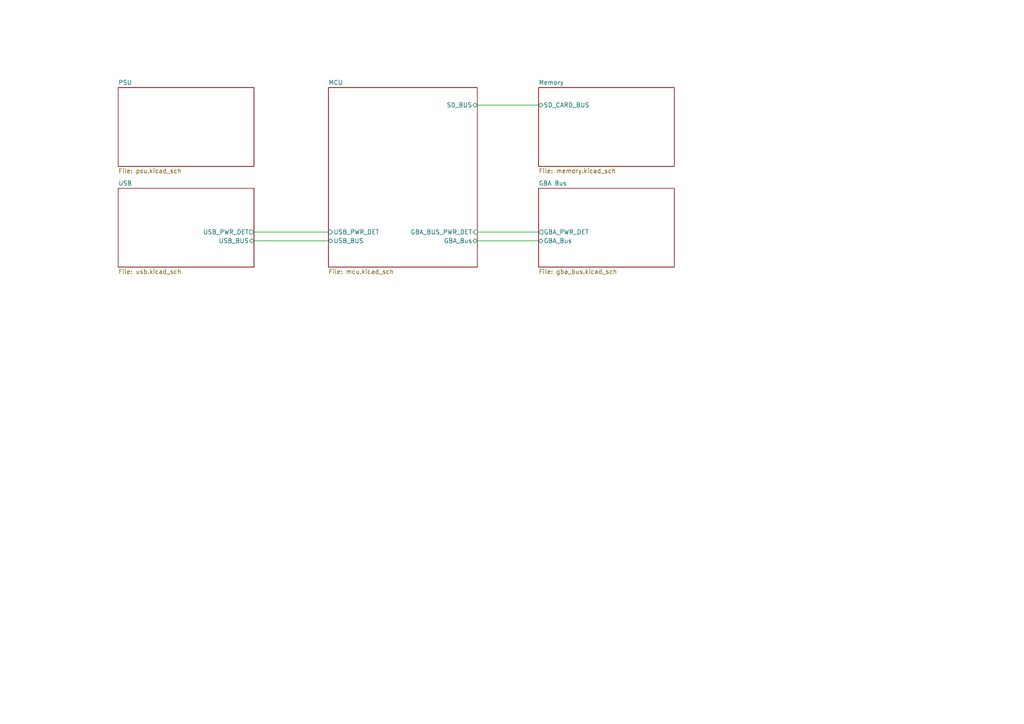
<source format=kicad_sch>
(kicad_sch
	(version 20231120)
	(generator "eeschema")
	(generator_version "8.0")
	(uuid "369b8492-ac84-4ba1-9646-4010d0ed9f44")
	(paper "A4")
	(lib_symbols)
	(wire
		(pts
			(xy 138.43 30.48) (xy 156.21 30.48)
		)
		(stroke
			(width 0)
			(type default)
		)
		(uuid "2f160802-47f7-44aa-875a-4df3229a68c6")
	)
	(wire
		(pts
			(xy 138.43 69.85) (xy 156.21 69.85)
		)
		(stroke
			(width 0)
			(type default)
		)
		(uuid "66fc9352-abf7-4ecb-9e2f-3b4b30d9b979")
	)
	(wire
		(pts
			(xy 73.66 69.85) (xy 95.25 69.85)
		)
		(stroke
			(width 0)
			(type default)
		)
		(uuid "88f5d87a-801c-4ff4-87bd-341cac4aa227")
	)
	(wire
		(pts
			(xy 73.66 67.31) (xy 95.25 67.31)
		)
		(stroke
			(width 0)
			(type default)
		)
		(uuid "ddca2c7f-c49c-42d3-8ad6-9a4eb094d621")
	)
	(wire
		(pts
			(xy 138.43 67.31) (xy 156.21 67.31)
		)
		(stroke
			(width 0)
			(type default)
		)
		(uuid "ee918c14-e5b0-42fe-9792-da886e105367")
	)
	(sheet
		(at 34.29 25.4)
		(size 39.37 22.86)
		(fields_autoplaced yes)
		(stroke
			(width 0.1524)
			(type solid)
		)
		(fill
			(color 0 0 0 0.0000)
		)
		(uuid "02eb5f96-8983-4900-a047-3098322cb1f3")
		(property "Sheetname" "PSU"
			(at 34.29 24.6884 0)
			(effects
				(font
					(size 1.27 1.27)
				)
				(justify left bottom)
			)
		)
		(property "Sheetfile" "psu.kicad_sch"
			(at 34.29 48.8446 0)
			(effects
				(font
					(size 1.27 1.27)
				)
				(justify left top)
			)
		)
		(instances
			(project "PicoCartridge"
				(path "/369b8492-ac84-4ba1-9646-4010d0ed9f44"
					(page "3")
				)
			)
		)
	)
	(sheet
		(at 156.21 54.61)
		(size 39.37 22.86)
		(fields_autoplaced yes)
		(stroke
			(width 0.1524)
			(type solid)
		)
		(fill
			(color 0 0 0 0.0000)
		)
		(uuid "6f37d299-ac03-42da-8fb5-807666d0a8d6")
		(property "Sheetname" "GBA Bus"
			(at 156.21 53.8984 0)
			(effects
				(font
					(size 1.27 1.27)
				)
				(justify left bottom)
			)
		)
		(property "Sheetfile" "gba_bus.kicad_sch"
			(at 156.21 78.0546 0)
			(effects
				(font
					(size 1.27 1.27)
				)
				(justify left top)
			)
		)
		(pin "GBA_Bus" bidirectional
			(at 156.21 69.85 180)
			(effects
				(font
					(size 1.27 1.27)
				)
				(justify left)
			)
			(uuid "bd4166d0-8f72-43d3-a5c5-0d7215784bb6")
		)
		(pin "GBA_PWR_DET" output
			(at 156.21 67.31 180)
			(effects
				(font
					(size 1.27 1.27)
				)
				(justify left)
			)
			(uuid "118f2395-9de7-40df-b239-efb56afa0e94")
		)
		(instances
			(project "PicoCartridge"
				(path "/369b8492-ac84-4ba1-9646-4010d0ed9f44"
					(page "5")
				)
			)
		)
	)
	(sheet
		(at 34.29 54.61)
		(size 39.37 22.86)
		(fields_autoplaced yes)
		(stroke
			(width 0.1524)
			(type solid)
		)
		(fill
			(color 0 0 0 0.0000)
		)
		(uuid "73d0ecf8-0dc1-46ca-9d60-4e00cfae362a")
		(property "Sheetname" "USB"
			(at 34.29 53.8984 0)
			(effects
				(font
					(size 1.27 1.27)
				)
				(justify left bottom)
			)
		)
		(property "Sheetfile" "usb.kicad_sch"
			(at 34.29 78.0546 0)
			(effects
				(font
					(size 1.27 1.27)
				)
				(justify left top)
			)
		)
		(pin "USB_BUS" bidirectional
			(at 73.66 69.85 0)
			(effects
				(font
					(size 1.27 1.27)
				)
				(justify right)
			)
			(uuid "9445746a-613d-4785-a804-15d3432ab21e")
		)
		(pin "USB_PWR_DET" output
			(at 73.66 67.31 0)
			(effects
				(font
					(size 1.27 1.27)
				)
				(justify right)
			)
			(uuid "4525b25f-38ea-4e25-9f51-c77c58513c45")
		)
		(instances
			(project "PicoCartridge"
				(path "/369b8492-ac84-4ba1-9646-4010d0ed9f44"
					(page "6")
				)
			)
		)
	)
	(sheet
		(at 156.21 25.4)
		(size 39.37 22.86)
		(fields_autoplaced yes)
		(stroke
			(width 0.1524)
			(type solid)
		)
		(fill
			(color 0 0 0 0.0000)
		)
		(uuid "864b71b1-fdd0-4b9b-bab0-5640e9a99f9f")
		(property "Sheetname" "Memory"
			(at 156.21 24.6884 0)
			(effects
				(font
					(size 1.27 1.27)
				)
				(justify left bottom)
			)
		)
		(property "Sheetfile" "memory.kicad_sch"
			(at 156.21 48.8446 0)
			(effects
				(font
					(size 1.27 1.27)
				)
				(justify left top)
			)
		)
		(pin "SD_CARD_BUS" bidirectional
			(at 156.21 30.48 180)
			(effects
				(font
					(size 1.27 1.27)
				)
				(justify left)
			)
			(uuid "3dc55bf1-46d7-46b4-a806-0edf9c17576f")
		)
		(instances
			(project "PicoCartridge"
				(path "/369b8492-ac84-4ba1-9646-4010d0ed9f44"
					(page "4")
				)
			)
		)
	)
	(sheet
		(at 95.25 25.4)
		(size 43.18 52.07)
		(fields_autoplaced yes)
		(stroke
			(width 0.1524)
			(type solid)
		)
		(fill
			(color 0 0 0 0.0000)
		)
		(uuid "b81e5152-dfdd-415d-ac0b-8e870d35182b")
		(property "Sheetname" "MCU"
			(at 95.25 24.6884 0)
			(effects
				(font
					(size 1.27 1.27)
				)
				(justify left bottom)
			)
		)
		(property "Sheetfile" "mcu.kicad_sch"
			(at 95.25 78.0546 0)
			(effects
				(font
					(size 1.27 1.27)
				)
				(justify left top)
			)
		)
		(pin "USB_PWR_DET" input
			(at 95.25 67.31 180)
			(effects
				(font
					(size 1.27 1.27)
				)
				(justify left)
			)
			(uuid "3c3284f6-d5b2-4462-9dbc-1aed1452832b")
		)
		(pin "GBA_BUS_PWR_DET" input
			(at 138.43 67.31 0)
			(effects
				(font
					(size 1.27 1.27)
				)
				(justify right)
			)
			(uuid "20d3eb8d-e49b-44b3-b962-4a6047120eb0")
		)
		(pin "SD_BUS" bidirectional
			(at 138.43 30.48 0)
			(effects
				(font
					(size 1.27 1.27)
				)
				(justify right)
			)
			(uuid "9a9ed778-514f-4821-a5f4-261f5bf81afc")
		)
		(pin "GBA_Bus" bidirectional
			(at 138.43 69.85 0)
			(effects
				(font
					(size 1.27 1.27)
				)
				(justify right)
			)
			(uuid "9b25c7d2-3b8f-43b5-9566-857f5e6919b1")
		)
		(pin "USB_BUS" bidirectional
			(at 95.25 69.85 180)
			(effects
				(font
					(size 1.27 1.27)
				)
				(justify left)
			)
			(uuid "a8940b84-2d24-47aa-b521-1f23d5dae952")
		)
		(instances
			(project "PicoCartridge"
				(path "/369b8492-ac84-4ba1-9646-4010d0ed9f44"
					(page "2")
				)
			)
		)
	)
	(sheet_instances
		(path "/"
			(page "1")
		)
	)
)

</source>
